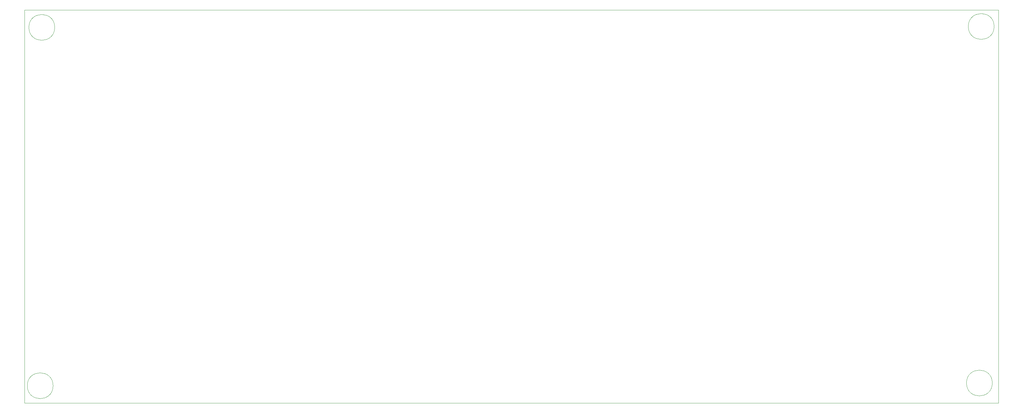
<source format=gbr>
%TF.GenerationSoftware,KiCad,Pcbnew,(6.0.9-0)*%
%TF.CreationDate,2023-10-19T19:17:49-04:00*%
%TF.ProjectId,clock,636c6f63-6b2e-46b6-9963-61645f706362,rev?*%
%TF.SameCoordinates,Original*%
%TF.FileFunction,Profile,NP*%
%FSLAX46Y46*%
G04 Gerber Fmt 4.6, Leading zero omitted, Abs format (unit mm)*
G04 Created by KiCad (PCBNEW (6.0.9-0)) date 2023-10-19 19:17:49*
%MOMM*%
%LPD*%
G01*
G04 APERTURE LIST*
%TA.AperFunction,Profile*%
%ADD10C,0.100000*%
%TD*%
G04 APERTURE END LIST*
D10*
X12192000Y-12192000D02*
X284480000Y-12192000D01*
X284480000Y-12192000D02*
X284480000Y-122174000D01*
X284480000Y-122174000D02*
X12192000Y-122174000D01*
X12192000Y-122174000D02*
X12192000Y-12192000D01*
X283264018Y-16818018D02*
G75*
G03*
X283264018Y-16818018I-3610018J0D01*
G01*
X20174036Y-117348000D02*
G75*
G03*
X20174036Y-117348000I-3610018J0D01*
G01*
X20628018Y-17072018D02*
G75*
G03*
X20628018Y-17072018I-3610018J0D01*
G01*
X282756018Y-116586000D02*
G75*
G03*
X282756018Y-116586000I-3610018J0D01*
G01*
M02*

</source>
